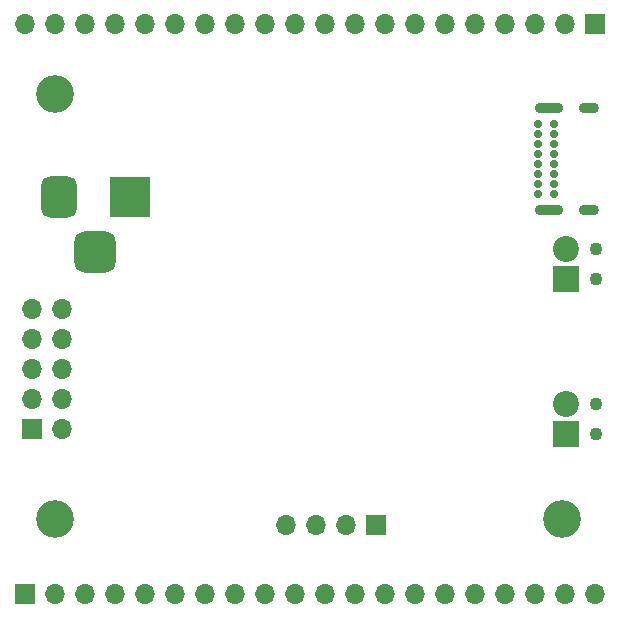
<source format=gbs>
G04 #@! TF.GenerationSoftware,KiCad,Pcbnew,(6.0.0)*
G04 #@! TF.CreationDate,2022-05-20T23:18:51+02:00*
G04 #@! TF.ProjectId,STM32F103_uC_v1,53544d33-3246-4313-9033-5f75435f7631,rev?*
G04 #@! TF.SameCoordinates,Original*
G04 #@! TF.FileFunction,Soldermask,Bot*
G04 #@! TF.FilePolarity,Negative*
%FSLAX46Y46*%
G04 Gerber Fmt 4.6, Leading zero omitted, Abs format (unit mm)*
G04 Created by KiCad (PCBNEW (6.0.0)) date 2022-05-20 23:18:51*
%MOMM*%
%LPD*%
G01*
G04 APERTURE LIST*
G04 Aperture macros list*
%AMRoundRect*
0 Rectangle with rounded corners*
0 $1 Rounding radius*
0 $2 $3 $4 $5 $6 $7 $8 $9 X,Y pos of 4 corners*
0 Add a 4 corners polygon primitive as box body*
4,1,4,$2,$3,$4,$5,$6,$7,$8,$9,$2,$3,0*
0 Add four circle primitives for the rounded corners*
1,1,$1+$1,$2,$3*
1,1,$1+$1,$4,$5*
1,1,$1+$1,$6,$7*
1,1,$1+$1,$8,$9*
0 Add four rect primitives between the rounded corners*
20,1,$1+$1,$2,$3,$4,$5,0*
20,1,$1+$1,$4,$5,$6,$7,0*
20,1,$1+$1,$6,$7,$8,$9,0*
20,1,$1+$1,$8,$9,$2,$3,0*%
G04 Aperture macros list end*
%ADD10C,3.200000*%
%ADD11R,3.500000X3.500000*%
%ADD12RoundRect,0.750000X-0.750000X-1.000000X0.750000X-1.000000X0.750000X1.000000X-0.750000X1.000000X0*%
%ADD13RoundRect,0.875000X-0.875000X-0.875000X0.875000X-0.875000X0.875000X0.875000X-0.875000X0.875000X0*%
%ADD14C,1.100000*%
%ADD15R,2.200000X2.200000*%
%ADD16C,2.200000*%
%ADD17R,1.700000X1.700000*%
%ADD18O,1.700000X1.700000*%
%ADD19C,0.700000*%
%ADD20O,1.700000X0.900000*%
%ADD21O,2.400000X0.900000*%
G04 APERTURE END LIST*
D10*
X160000000Y-74500000D03*
D11*
X166401000Y-83185000D03*
D12*
X160401000Y-83185000D03*
D13*
X163401000Y-87885000D03*
D14*
X205867000Y-87630000D03*
X205867000Y-90170000D03*
D15*
X203327000Y-90170000D03*
D16*
X203327000Y-87630000D03*
D17*
X158095000Y-102840000D03*
D18*
X160635000Y-102840000D03*
X158095000Y-100300000D03*
X160635000Y-100300000D03*
X158095000Y-97760000D03*
X160635000Y-97760000D03*
X158095000Y-95220000D03*
X160635000Y-95220000D03*
X158095000Y-92680000D03*
X160635000Y-92680000D03*
D14*
X205867000Y-100730000D03*
X205867000Y-103270000D03*
D15*
X203327000Y-103270000D03*
D16*
X203327000Y-100730000D03*
D19*
X200902200Y-82985000D03*
X200902200Y-82135000D03*
X200902200Y-81285000D03*
X200902200Y-80435000D03*
X200902200Y-79585000D03*
X200902200Y-78735000D03*
X200902200Y-77885000D03*
X200902200Y-77035000D03*
X202252200Y-77035000D03*
X202252200Y-77885000D03*
X202252200Y-78735000D03*
X202252200Y-79585000D03*
X202252200Y-80435000D03*
X202252200Y-81285000D03*
X202252200Y-82135000D03*
X202252200Y-82985000D03*
D20*
X205262200Y-84335000D03*
D21*
X201882200Y-84335000D03*
D20*
X205262200Y-75685000D03*
D21*
X201882200Y-75685000D03*
D10*
X203000000Y-110500000D03*
X160000000Y-110500000D03*
D17*
X187198000Y-110998000D03*
D18*
X184658000Y-110998000D03*
X182118000Y-110998000D03*
X179578000Y-110998000D03*
D17*
X205740000Y-68580000D03*
D18*
X203200000Y-68580000D03*
X200660000Y-68580000D03*
X198120000Y-68580000D03*
X195580000Y-68580000D03*
X193040000Y-68580000D03*
X190500000Y-68580000D03*
X187960000Y-68580000D03*
X185420000Y-68580000D03*
X182880000Y-68580000D03*
X180340000Y-68580000D03*
X177800000Y-68580000D03*
X175260000Y-68580000D03*
X172720000Y-68580000D03*
X170180000Y-68580000D03*
X167640000Y-68580000D03*
X165100000Y-68580000D03*
X162560000Y-68580000D03*
X160020000Y-68580000D03*
X157480000Y-68580000D03*
D17*
X157480000Y-116840000D03*
D18*
X160020000Y-116840000D03*
X162560000Y-116840000D03*
X165100000Y-116840000D03*
X167640000Y-116840000D03*
X170180000Y-116840000D03*
X172720000Y-116840000D03*
X175260000Y-116840000D03*
X177800000Y-116840000D03*
X180340000Y-116840000D03*
X182880000Y-116840000D03*
X185420000Y-116840000D03*
X187960000Y-116840000D03*
X190500000Y-116840000D03*
X193040000Y-116840000D03*
X195580000Y-116840000D03*
X198120000Y-116840000D03*
X200660000Y-116840000D03*
X203200000Y-116840000D03*
X205740000Y-116840000D03*
M02*

</source>
